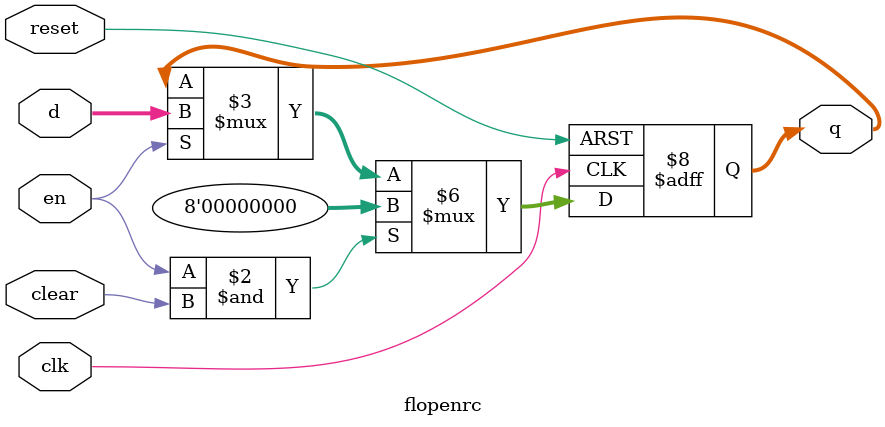
<source format=sv>
module flopenr #( parameter WIDTH =8)
          ( input logic     clk ,
            input logic     reset ,
            input logic     en ,
            input logic     [ WIDTH -1:0] d ,
            output logic    [ WIDTH -1:0] q ); 
 always_ff @( posedge clk , posedge reset )
    if( reset ) q <=0;
    else if(en) q <= d ;
 endmodule 

module flopenrc #( parameter WIDTH =8)
        (   input logic     clk,
            input logic     reset,
            input logic     en,
            input logic     clear ,
            input logic     [WIDTH-1:0] d ,
            output logic    [WIDTH-1:0] q );
 always_ff @( posedge clk , posedge reset )
    if( reset )             q <=0;
    // Stall ( en =0£©Óë Flush ( bne µÈÌø×ª£©Í¬Ê±·¢ÉúÊ±£¬·ÀÖ¹Çå³ýµô 
    else if ( en & clear )  q <=0;
    else if ( en )          q <=d ;
 endmodule 
 


</source>
